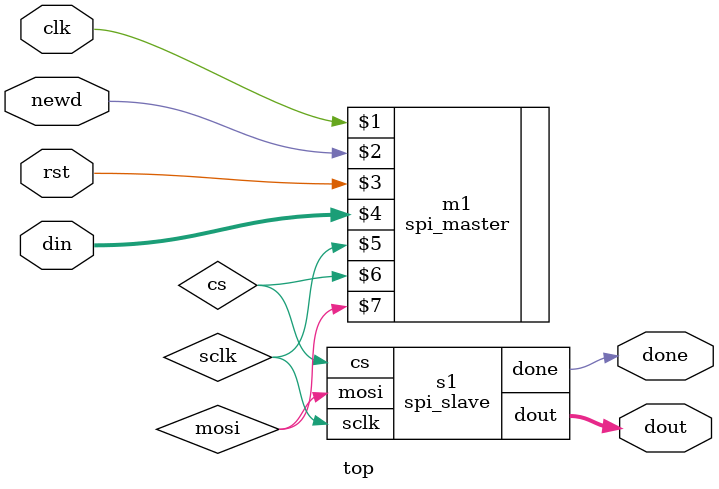
<source format=sv>
module spi_slave (
input sclk, cs, mosi,
output [11:0] dout,
output reg done
);
 
typedef enum bit {detect_start = 1'b0, read_data = 1'b1} state_type;
state_type state = detect_start;
 
reg [11:0] temp = 12'h000;
int count = 0;
 
always@(posedge sclk)
begin
 
case(state)
detect_start: 
begin
done   <= 1'b0;
if(cs == 1'b0)
 state <= read_data;
 else
 state <= detect_start;
end
 
read_data : begin
if(count <= 11)
 begin
 count <= count + 1;
 temp  <= { mosi, temp[11:1]};
 end
 else
 begin
 count <= 0;
 done <= 1'b1;
 state <= detect_start;
 end
 
end
 
endcase
end
assign dout = temp;
 
endmodule
 
 
 
/////////////////////////////// 
module top (
input clk, rst, newd,
input [11:0] din,
output [11:0] dout,
output done
);
 
wire sclk, cs, mosi;
 
spi_master m1 (clk, newd, rst, din, sclk, cs, mosi);
spi_slave s1  (sclk, cs, mosi, dout, done);
  
 
endmodule

</source>
